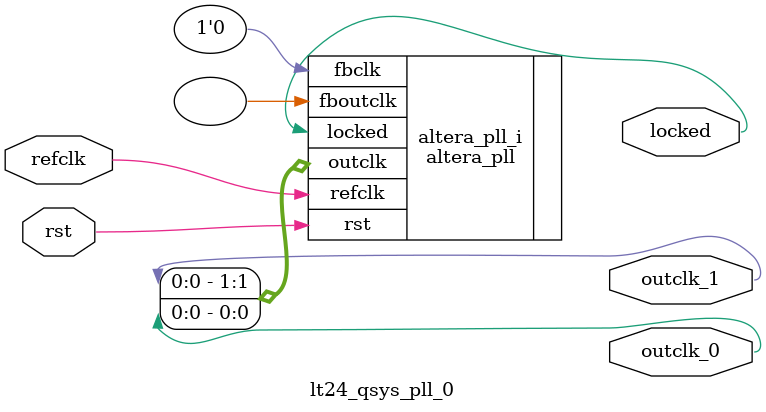
<source format=v>
`timescale 1ns/10ps
module  lt24_qsys_pll_0(

	// interface 'refclk'
	input wire refclk,

	// interface 'reset'
	input wire rst,

	// interface 'outclk0'
	output wire outclk_0,

	// interface 'outclk1'
	output wire outclk_1,

	// interface 'locked'
	output wire locked
);

	altera_pll #(
		.fractional_vco_multiplier("false"),
		.reference_clock_frequency("50.0 MHz"),
		.operation_mode("direct"),
		.number_of_clocks(2),
		.output_clock_frequency0("100.000000 MHz"),
		.phase_shift0("0 ps"),
		.duty_cycle0(50),
		.output_clock_frequency1("150.000000 MHz"),
		.phase_shift1("0 ps"),
		.duty_cycle1(50),
		.output_clock_frequency2("0 MHz"),
		.phase_shift2("0 ps"),
		.duty_cycle2(50),
		.output_clock_frequency3("0 MHz"),
		.phase_shift3("0 ps"),
		.duty_cycle3(50),
		.output_clock_frequency4("0 MHz"),
		.phase_shift4("0 ps"),
		.duty_cycle4(50),
		.output_clock_frequency5("0 MHz"),
		.phase_shift5("0 ps"),
		.duty_cycle5(50),
		.output_clock_frequency6("0 MHz"),
		.phase_shift6("0 ps"),
		.duty_cycle6(50),
		.output_clock_frequency7("0 MHz"),
		.phase_shift7("0 ps"),
		.duty_cycle7(50),
		.output_clock_frequency8("0 MHz"),
		.phase_shift8("0 ps"),
		.duty_cycle8(50),
		.output_clock_frequency9("0 MHz"),
		.phase_shift9("0 ps"),
		.duty_cycle9(50),
		.output_clock_frequency10("0 MHz"),
		.phase_shift10("0 ps"),
		.duty_cycle10(50),
		.output_clock_frequency11("0 MHz"),
		.phase_shift11("0 ps"),
		.duty_cycle11(50),
		.output_clock_frequency12("0 MHz"),
		.phase_shift12("0 ps"),
		.duty_cycle12(50),
		.output_clock_frequency13("0 MHz"),
		.phase_shift13("0 ps"),
		.duty_cycle13(50),
		.output_clock_frequency14("0 MHz"),
		.phase_shift14("0 ps"),
		.duty_cycle14(50),
		.output_clock_frequency15("0 MHz"),
		.phase_shift15("0 ps"),
		.duty_cycle15(50),
		.output_clock_frequency16("0 MHz"),
		.phase_shift16("0 ps"),
		.duty_cycle16(50),
		.output_clock_frequency17("0 MHz"),
		.phase_shift17("0 ps"),
		.duty_cycle17(50),
		.pll_type("General"),
		.pll_subtype("General")
	) altera_pll_i (
		.rst	(rst),
		.outclk	({outclk_1, outclk_0}),
		.locked	(locked),
		.fboutclk	( ),
		.fbclk	(1'b0),
		.refclk	(refclk)
	);
endmodule


</source>
